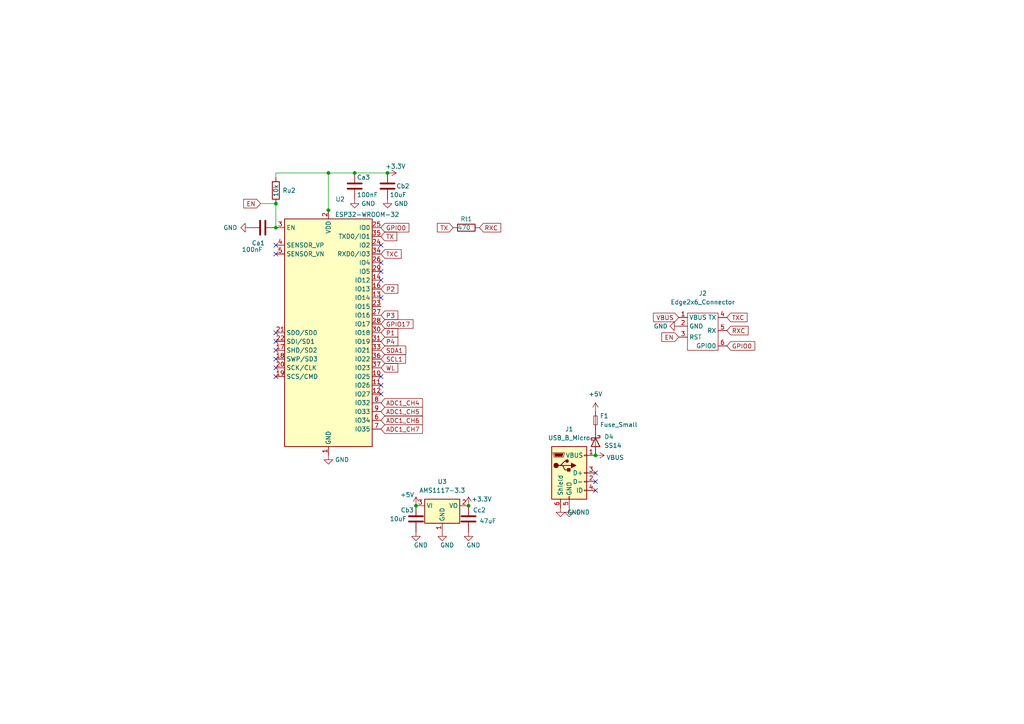
<source format=kicad_sch>
(kicad_sch (version 20250114) (generator "eeschema") (generator_version "9.0")
  (paper "A4")
  (lib_symbols
    (symbol "Connector:USB_B_Micro" (pin_names (offset 1.016))
      (property "Reference" "J" (at -5.08 11.43 0))
      (property "Value" "USB_B_Micro" (at -5.08 8.89 0))
      (symbol "USB_B_Micro_0_1"
        (rectangle (start -5.08 -7.62) (end 5.08 7.62) (stroke (width 0.254)) (fill (type background)))
        (polyline (pts (xy -4.699 5.842) (xy -4.699 5.588) (xy -4.445 4.826) (xy -4.445 4.572) (xy -1.651 4.572) (xy -1.651 4.826) (xy -1.397 5.588) (xy -1.397 5.842) (xy -4.699 5.842)))
        (polyline (pts (xy -4.318 5.588) (xy -1.778 5.588) (xy -2.032 4.826) (xy -4.064 4.826) (xy -4.318 5.588)) (fill (type outline)))
        (circle (center -3.81 2.159) (radius 0.635) (stroke (width 0.254)) (fill (type outline)))
        (polyline (pts (xy -3.175 2.159) (xy -2.54 2.159) (xy -1.27 3.429) (xy -0.635 3.429)) (stroke (width 0.254)))
        (polyline (pts (xy -2.54 2.159) (xy -1.905 2.159) (xy -1.27 0.889) (xy 0 0.889)) (stroke (width 0.254)))
        (polyline (pts (xy -1.905 2.159) (xy 0.635 2.159)) (stroke (width 0.254)))
        (circle (center -0.635 3.429) (radius 0.381) (stroke (width 0.254)) (fill (type outline)))
        (rectangle (start -0.127 -7.62) (end 0.127 -6.858))
        (rectangle (start 0.254 1.27) (end -0.508 0.508) (stroke (width 0.254)) (fill (type outline)))
        (polyline (pts (xy 0.635 2.794) (xy 0.635 1.524) (xy 1.905 2.159) (xy 0.635 2.794)) (stroke (width 0.254)) (fill (type outline)))
        (rectangle (start 5.08 4.953) (end 4.318 5.207))
        (rectangle (start 5.08 -0.127) (end 4.318 0.127))
        (rectangle (start 5.08 -2.667) (end 4.318 -2.413))
        (rectangle (start 5.08 -5.207) (end 4.318 -4.953))
      )
      (symbol "USB_B_Micro_1_1"
        (pin passive line (at -2.54 -10.16 90) (length 2.54) (name "Shield") (number "6"))
        (pin power_out line (at 0 -10.16 90) (length 2.54) (name "GND") (number "5"))
        (pin power_out line (at 7.62 5.08 180) (length 2.54) (name "VBUS") (number "1"))
        (pin bidirectional line (at 7.62 0 180) (length 2.54) (name "D+") (number "3"))
        (pin bidirectional line (at 7.62 -2.54 180) (length 2.54) (name "D-") (number "2"))
        (pin passive line (at 7.62 -5.08 180) (length 2.54) (name "ID") (number "4"))
      )
    )
    (symbol "Device:C" (pin_numbers (hide yes)) (pin_names (offset 0.254))
      (property "Reference" "C" (at 0.635 2.54 0))
      (property "Value" "C" (at 0.635 -2.54 0))
      (symbol "C_0_1"
        (polyline (pts (xy -2.032 0.762) (xy 2.032 0.762)) (stroke (width 0.508)))
        (polyline (pts (xy -2.032 -0.762) (xy 2.032 -0.762)) (stroke (width 0.508)))
      )
      (symbol "C_1_1"
        (pin passive line (at 0 3.81 270) (length 2.794) (name "~") (number "1"))
        (pin passive line (at 0 -3.81 90) (length 2.794) (name "~") (number "2"))
      )
    )
    (symbol "Device:Fuse_Small" (pin_numbers (hide yes)) (pin_names (offset 0.254) (hide yes))
      (property "Reference" "F" (at 0 -1.524 0))
      (property "Value" "Fuse_Small" (at 0 1.524 0))
      (symbol "Fuse_Small_0_1"
        (rectangle (start -1.27 0.508) (end 1.27 -0.508))
        (polyline (pts (xy -1.27 0) (xy 1.27 0)))
      )
      (symbol "Fuse_Small_1_1"
        (pin passive line (at -2.54 0 0) (length 1.27) (name "~") (number "1"))
        (pin passive line (at 2.54 0 180) (length 1.27) (name "~") (number "2"))
      )
    )
    (symbol "Device:R" (pin_numbers (hide yes)) (pin_names (offset 0))
      (property "Reference" "R" (at 2.032 0 90))
      (property "Value" "R" (at 0 0 90))
      (symbol "R_0_1"
        (rectangle (start -1.016 -2.54) (end 1.016 2.54) (stroke (width 0.254)))
      )
      (symbol "R_1_1"
        (pin passive line (at 0 3.81 270) (length 1.27) (name "~") (number "1"))
        (pin passive line (at 0 -3.81 90) (length 1.27) (name "~") (number "2"))
      )
    )
    (symbol "Diode:SS14" (pin_numbers (hide yes)) (pin_names (offset 1.016) (hide yes))
      (property "Reference" "D" (at 0 2.54 0))
      (property "Value" "SS14" (at 0 -2.54 0))
      (symbol "SS14_0_1"
        (polyline (pts (xy -1.905 0.635) (xy -1.905 1.27) (xy -1.27 1.27) (xy -1.27 -1.27) (xy -0.635 -1.27) (xy -0.635 -0.635)) (stroke (width 0.254)))
        (polyline (pts (xy 1.27 1.27) (xy 1.27 -1.27) (xy -1.27 0) (xy 1.27 1.27)) (stroke (width 0.254)))
        (polyline (pts (xy 1.27 0) (xy -1.27 0)))
      )
      (symbol "SS14_1_1"
        (pin passive line (at -3.81 0 0) (length 2.54) (name "K") (number "1"))
        (pin passive line (at 3.81 0 180) (length 2.54) (name "A") (number "2"))
      )
    )
    (symbol "RF_Module:ESP32-WROOM-32"
      (property "Reference" "U" (at -12.7 34.29 0))
      (property "Value" "ESP32-WROOM-32" (at 1.27 34.29 0))
      (symbol "ESP32-WROOM-32_0_1"
        (rectangle (start -12.7 33.02) (end 12.7 -33.02) (stroke (width 0.254)) (fill (type background)))
      )
      (symbol "ESP32-WROOM-32_1_1"
        (pin input line (at -15.24 30.48 0) (length 2.54) (name "EN") (number "3"))
        (pin input line (at -15.24 25.4 0) (length 2.54) (name "SENSOR_VP") (number "4"))
        (pin input line (at -15.24 22.86 0) (length 2.54) (name "SENSOR_VN") (number "5"))
        (pin bidirectional line (at -15.24 0 0) (length 2.54) (name "SDO/SD0") (number "21"))
        (pin bidirectional line (at -15.24 -2.54 0) (length 2.54) (name "SDI/SD1") (number "22"))
        (pin bidirectional line (at -15.24 -5.08 0) (length 2.54) (name "SHD/SD2") (number "17"))
        (pin bidirectional line (at -15.24 -7.62 0) (length 2.54) (name "SWP/SD3") (number "18"))
        (pin bidirectional line (at -15.24 -10.16 0) (length 2.54) (name "SCK/CLK") (number "20"))
        (pin bidirectional line (at -15.24 -12.7 0) (length 2.54) (name "SCS/CMD") (number "19"))
        (pin no_connect line (at -12.7 -27.94 0) (length 2.54) (hide yes) (name "NC") (number "32"))
        (pin power_in line (at 0 35.56 270) (length 2.54) (name "VDD") (number "2"))
        (pin power_in line (at 0 -35.56 90) (length 2.54) (name "GND") (number "1"))
        (pin passive line (at 0 -35.56 90) (length 2.54) (hide yes) (name "GND") (number "15"))
        (pin passive line (at 0 -35.56 90) (length 2.54) (hide yes) (name "GND") (number "38"))
        (pin passive line (at 0 -35.56 90) (length 2.54) (hide yes) (name "GND") (number "39"))
        (pin bidirectional line (at 15.24 30.48 180) (length 2.54) (name "IO0") (number "25"))
        (pin bidirectional line (at 15.24 27.94 180) (length 2.54) (name "TXD0/IO1") (number "35"))
        (pin bidirectional line (at 15.24 25.4 180) (length 2.54) (name "IO2") (number "24"))
        (pin bidirectional line (at 15.24 22.86 180) (length 2.54) (name "RXD0/IO3") (number "34"))
        (pin bidirectional line (at 15.24 20.32 180) (length 2.54) (name "IO4") (number "26"))
        (pin bidirectional line (at 15.24 17.78 180) (length 2.54) (name "IO5") (number "29"))
        (pin bidirectional line (at 15.24 15.24 180) (length 2.54) (name "IO12") (number "14"))
        (pin bidirectional line (at 15.24 12.7 180) (length 2.54) (name "IO13") (number "16"))
        (pin bidirectional line (at 15.24 10.16 180) (length 2.54) (name "IO14") (number "13"))
        (pin bidirectional line (at 15.24 7.62 180) (length 2.54) (name "IO15") (number "23"))
        (pin bidirectional line (at 15.24 5.08 180) (length 2.54) (name "IO16") (number "27"))
        (pin bidirectional line (at 15.24 2.54 180) (length 2.54) (name "IO17") (number "28"))
        (pin bidirectional line (at 15.24 0 180) (length 2.54) (name "IO18") (number "30"))
        (pin bidirectional line (at 15.24 -2.54 180) (length 2.54) (name "IO19") (number "31"))
        (pin bidirectional line (at 15.24 -5.08 180) (length 2.54) (name "IO21") (number "33"))
        (pin bidirectional line (at 15.24 -7.62 180) (length 2.54) (name "IO22") (number "36"))
        (pin bidirectional line (at 15.24 -10.16 180) (length 2.54) (name "IO23") (number "37"))
        (pin bidirectional line (at 15.24 -12.7 180) (length 2.54) (name "IO25") (number "10"))
        (pin bidirectional line (at 15.24 -15.24 180) (length 2.54) (name "IO26") (number "11"))
        (pin bidirectional line (at 15.24 -17.78 180) (length 2.54) (name "IO27") (number "12"))
        (pin bidirectional line (at 15.24 -20.32 180) (length 2.54) (name "IO32") (number "8"))
        (pin bidirectional line (at 15.24 -22.86 180) (length 2.54) (name "IO33") (number "9"))
        (pin input line (at 15.24 -25.4 180) (length 2.54) (name "IO34") (number "6"))
        (pin input line (at 15.24 -27.94 180) (length 2.54) (name "IO35") (number "7"))
      )
    )
    (symbol "Regulator_Linear:AMS1117-3.3"
      (property "Reference" "U" (at -3.81 3.175 0))
      (property "Value" "AMS1117-3.3" (at 0 3.175 0))
      (symbol "AMS1117-3.3_0_1"
        (rectangle (start -5.08 -5.08) (end 5.08 1.905) (stroke (width 0.254)) (fill (type background)))
      )
      (symbol "AMS1117-3.3_1_1"
        (pin power_in line (at -7.62 0 0) (length 2.54) (name "VI") (number "3"))
        (pin power_in line (at 0 -7.62 90) (length 2.54) (name "GND") (number "1"))
        (pin power_out line (at 7.62 0 180) (length 2.54) (name "VO") (number "2"))
      )
    )
    (symbol "chl33:Edge2x6_Connector"
      (property "Reference" "J" (at 0 6.35 0))
      (property "Value" "Edge2x6_Connector" (at 0.635 -6.985 0))
      (symbol "Edge2x6_Connector_0_1"
        (rectangle (start -4.445 5.08) (end 4.445 -5.715))
      )
      (symbol "Edge2x6_Connector_1_1"
        (pin power_out line (at -6.985 3.81 0) (length 2.54) (name "VBUS") (number "1"))
        (pin power_out line (at -6.985 1.27 0) (length 2.54) (name "GND") (number "2"))
        (pin output line (at -6.985 -1.905 0) (length 2.54) (name "RST") (number "3"))
        (pin output line (at 6.985 3.81 180) (length 2.54) (name "TX") (number "4"))
        (pin input line (at 6.985 0 180) (length 2.54) (name "RX") (number "5"))
        (pin output line (at 6.985 -4.445 180) (length 2.54) (name "GPIO0") (number "6"))
      )
    )
    (symbol "power:+3.3V" (power) (pin_names (offset 0))
      (property "Value" "+3.3V" (at 0 3.556 0))
      (symbol "+3.3V_0_1"
        (polyline (pts (xy -0.762 1.27) (xy 0 2.54)))
        (polyline (pts (xy 0 2.54) (xy 0.762 1.27)))
        (polyline (pts (xy 0 0) (xy 0 2.54)))
      )
      (symbol "+3.3V_1_1"
        (pin power_in line (at 0 0 90) (length 0) (hide yes) (name "+3.3V") (number "1"))
      )
    )
    (symbol "power:+5V" (power) (pin_names (offset 0))
      (property "Value" "+5V" (at 0 3.556 0))
      (symbol "+5V_0_1"
        (polyline (pts (xy -0.762 1.27) (xy 0 2.54)))
        (polyline (pts (xy 0 2.54) (xy 0.762 1.27)))
        (polyline (pts (xy 0 0) (xy 0 2.54)))
      )
      (symbol "+5V_1_1"
        (pin power_in line (at 0 0 90) (length 0) (hide yes) (name "+5V") (number "1"))
      )
    )
    (symbol "power:GND" (power) (pin_names (offset 0))
      (property "Value" "GND" (at 0 -3.81 0))
      (symbol "GND_0_1"
        (polyline (pts (xy 0 0) (xy 0 -1.27) (xy 1.27 -1.27) (xy 0 -2.54) (xy -1.27 -1.27) (xy 0 -1.27)))
      )
      (symbol "GND_1_1"
        (pin power_in line (at 0 0 270) (length 0) (hide yes) (name "GND") (number "1"))
      )
    )
    (symbol "power:VBUS" (power) (pin_names (offset 0))
      (property "Value" "VBUS" (at 0 3.81 0))
      (symbol "VBUS_0_1"
        (polyline (pts (xy -0.762 1.27) (xy 0 2.54)))
        (polyline (pts (xy 0 2.54) (xy 0.762 1.27)))
        (polyline (pts (xy 0 0) (xy 0 2.54)))
      )
      (symbol "VBUS_1_1"
        (pin power_in line (at 0 0 90) (length 0) (hide yes) (name "VBUS") (number "1"))
      )
    )
  )
  (junction (at 80.01 66.04))
  (junction (at 120.65 146.685))
  (junction (at 80.01 59.055))
  (junction (at 95.25 50.165))
  (junction (at 95.25 60.96))
  (junction (at 112.395 50.165))
  (junction (at 102.87 50.165))
  (junction (at 172.72 132.08))
  (junction (at 135.89 146.685))
  (no_connect (at 110.49 114.3))
  (no_connect (at 80.01 73.66))
  (no_connect (at 80.01 104.14))
  (no_connect (at 80.01 101.6))
  (no_connect (at 80.01 99.06))
  (no_connect (at 172.72 137.16))
  (no_connect (at 80.01 109.22))
  (no_connect (at 80.01 106.68))
  (no_connect (at 172.72 142.24))
  (no_connect (at 110.49 109.22))
  (no_connect (at 110.49 78.74))
  (no_connect (at 172.72 139.7))
  (no_connect (at 110.49 71.12))
  (no_connect (at 110.49 111.76))
  (no_connect (at 110.49 86.36))
  (no_connect (at 110.49 76.2))
  (no_connect (at 80.01 96.52))
  (no_connect (at 80.01 71.12))
  (no_connect (at 110.49 81.28))
  (wire (pts (xy 80.01 51.435) (xy 80.01 50.165)))
  (wire (pts (xy 95.25 50.165) (xy 102.87 50.165)))
  (wire (pts (xy 75.565 59.055) (xy 80.01 59.055)))
  (wire (pts (xy 80.01 59.055) (xy 80.01 66.04)))
  (wire (pts (xy 95.25 60.96) (xy 95.25 50.165)))
  (wire (pts (xy 78.74 66.04) (xy 80.01 66.04)))
  (wire (pts (xy 80.01 50.165) (xy 95.25 50.165)))
  (wire (pts (xy 102.87 50.165) (xy 112.395 50.165)))
  (wire (pts (xy 95.25 61.595) (xy 95.25 60.96)))
  (global_label "ADC1_CH5" (shape input) (at 110.49 119.38 0) (property "Intersheetrefs" "${INTERSHEET_REFS}" (effects (hide yes))))
  (global_label "VBUS" (shape input) (at 196.85 92.075 180) (property "Intersheetrefs" "${INTERSHEET_REFS}" (effects (hide yes))))
  (global_label "WL" (shape input) (at 110.49 106.68 0) (property "Intersheetrefs" "${INTERSHEET_REFS}" (effects (hide yes))))
  (global_label "P1" (shape input) (at 110.49 96.52 0) (property "Intersheetrefs" "${INTERSHEET_REFS}" (effects (hide yes))))
  (global_label "EN" (shape input) (at 196.85 97.79 180) (property "Intersheetrefs" "${INTERSHEET_REFS}" (effects (hide yes))))
  (global_label "GPIO0" (shape input) (at 110.49 66.04 0) (property "Intersheetrefs" "${INTERSHEET_REFS}" (effects (hide yes))))
  (global_label "P3" (shape input) (at 110.49 91.44 0) (property "Intersheetrefs" "${INTERSHEET_REFS}" (effects (hide yes))))
  (global_label "TX" (shape input) (at 110.49 68.58 0) (property "Intersheetrefs" "${INTERSHEET_REFS}" (effects (hide yes))))
  (global_label "TXC" (shape input) (at 210.82 92.075 0) (property "Intersheetrefs" "${INTERSHEET_REFS}" (effects (hide yes))))
  (global_label "ADC1_CH4" (shape input) (at 110.49 116.84 0) (property "Intersheetrefs" "${INTERSHEET_REFS}" (effects (hide yes))))
  (global_label "TX" (shape input) (at 131.445 66.04 180) (property "Intersheetrefs" "${INTERSHEET_REFS}" (effects (hide yes))))
  (global_label "P4" (shape input) (at 110.49 99.06 0) (property "Intersheetrefs" "${INTERSHEET_REFS}" (effects (hide yes))))
  (global_label "P2" (shape input) (at 110.49 83.82 0) (property "Intersheetrefs" "${INTERSHEET_REFS}" (effects (hide yes))))
  (global_label "EN" (shape input) (at 75.565 59.055 180) (property "Intersheetrefs" "${INTERSHEET_REFS}" (effects (hide yes))))
  (global_label "GPIO17" (shape input) (at 110.49 93.98 0) (property "Intersheetrefs" "${INTERSHEET_REFS}" (effects (hide yes))))
  (global_label "GPIO0" (shape input) (at 210.82 100.33 0) (property "Intersheetrefs" "${INTERSHEET_REFS}" (effects (hide yes))))
  (global_label "RXC" (shape input) (at 139.065 66.04 0) (property "Intersheetrefs" "${INTERSHEET_REFS}" (effects (hide yes))))
  (global_label "ADC1_CH6" (shape input) (at 110.49 121.92 0) (property "Intersheetrefs" "${INTERSHEET_REFS}" (effects (hide yes))))
  (global_label "TXC" (shape input) (at 110.49 73.66 0) (property "Intersheetrefs" "${INTERSHEET_REFS}" (effects (hide yes))))
  (global_label "SDA1" (shape input) (at 110.49 101.6 0) (property "Intersheetrefs" "${INTERSHEET_REFS}" (effects (hide yes))))
  (global_label "ADC1_CH7" (shape input) (at 110.49 124.46 0) (property "Intersheetrefs" "${INTERSHEET_REFS}" (effects (hide yes))))
  (global_label "SCL1" (shape input) (at 110.49 104.14 0) (property "Intersheetrefs" "${INTERSHEET_REFS}" (effects (hide yes))))
  (global_label "RXC" (shape input) (at 210.82 95.885 0) (property "Intersheetrefs" "${INTERSHEET_REFS}" (effects (hide yes))))
  (symbol (lib_id "power:+5V") (at 172.72 119.38 0) (unit 1)
    (property "Reference" "#PWR0131" (effects (hide yes)))
    (property "Value" "+5V" (at 172.72 114.3 0))
    (instances (project "Plant1337" (path "" (reference "#PWR0131") (unit 1))) (project "ESP-LoRa" (path "" (reference "#PWR0119") (unit 1))))
  )
  (symbol (lib_id "power:GND") (at 196.85 94.615 270) (unit 1)
    (property "Reference" "#PWR0132" (effects (hide yes)))
    (property "Value" "GND" (at 193.675 94.6149 90) (effects (justify right)))
    (instances (project "Plant1337" (path "" (reference "#PWR0132") (unit 1))) (project "DoughLee2" (path "" (reference "#PWR036") (unit 1))))
  )
  (symbol (lib_id "Regulator_Linear:AMS1117-3.3") (at 128.27 146.685 0) (unit 1)
    (property "Reference" "U3" (at 128.27 139.7 0))
    (property "Value" "AMS1117-3.3" (at 128.27 142.24 0))
    (property "Footprint" "Package_TO_SOT_SMD:SOT-223-3_TabPin2" (effects (hide yes)))
    (property "Datasheet" "http://www.advanced-monolithic.com/pdf/ds1117.pdf" (effects (hide yes)))
  )
  (symbol (lib_id "power:GND") (at 120.65 154.305 0) (unit 1)
    (property "Reference" "#PWR0133" (effects (hide yes)))
    (property "Value" "GND" (at 120.015 158.115 0) (effects (justify left)))
    (instances (project "Plant1337" (path "" (reference "#PWR0133") (unit 1))) (project "DoughLee2" (path "" (reference "#PWR025") (unit 1))))
  )
  (symbol (lib_id "power:GND") (at 128.27 154.305 0) (unit 1)
    (property "Reference" "#PWR0126" (effects (hide yes)))
    (property "Value" "GND" (at 127.635 158.115 0) (effects (justify left)))
    (instances (project "Plant1337" (path "" (reference "#PWR0126") (unit 1))) (project "DoughLee2" (path "" (reference "#PWR026") (unit 1))))
  )
  (symbol (lib_id "Device:C") (at 112.395 53.975 0) (unit 1)
    (property "Reference" "Cb2" (at 114.935 53.975 0) (effects (justify left)))
    (property "Value" "10uF" (at 113.03 56.515 0) (effects (justify left)))
    (property "Footprint" "Capacitor_SMD:C_0805_2012Metric_Pad1.18x1.45mm_HandSolder" (effects (hide yes)))
    (instances (project "Plant1337" (path "" (reference "Cb2") (unit 1))) (project "DoughLee2" (path "" (reference "C3V2") (unit 1))))
  )
  (symbol (lib_id "Device:C") (at 76.2 66.04 90) (unit 1)
    (property "Reference" "Ca1" (at 76.835 70.485 90) (effects (justify left)))
    (property "Value" "100nF" (at 76.2 72.39 90) (effects (justify left)))
    (property "Footprint" "Capacitor_SMD:C_0603_1608Metric" (effects (hide yes)))
    (instances (project "Plant1337" (path "" (reference "Ca1") (unit 1))) (project "DoughLee2" (path "" (reference "CEN1") (unit 1))))
  )
  (symbol (lib_id "Device:C") (at 120.65 150.495 0) (unit 1)
    (property "Reference" "Cb3" (at 116.205 147.955 0) (effects (justify left)))
    (property "Value" "10uF" (at 113.03 150.495 0) (effects (justify left)))
    (property "Footprint" "Capacitor_SMD:C_0805_2012Metric_Pad1.18x1.45mm_HandSolder" (effects (hide yes)))
    (instances (project "Plant1337" (path "" (reference "Cb3") (unit 1))) (project "DoughLee2" (path "" (reference "CPI1") (unit 1))))
  )
  (symbol (lib_id "Diode:SS14") (at 172.72 128.27 270) (unit 1)
    (property "Reference" "D4" (at 175.26 126.6825 90) (effects (justify left)))
    (property "Value" "SS14" (at 175.26 129.2225 90) (effects (justify left)))
    (property "Footprint" "Diode_SMD:D_SMA" (effects (hide yes)))
    (property "Datasheet" "https://www.vishay.com/docs/88746/ss12.pdf" (effects (hide yes)))
    (instances (project "Plant1337" (path "" (reference "D4") (unit 1))) (project "ESP-LoRa" (path "" (reference "DUSB1") (unit 1))))
  )
  (symbol (lib_id "power:+3.3V") (at 112.395 50.165 270) (unit 1)
    (property "Reference" "#PWR0123" (effects (hide yes)))
    (property "Value" "+3.3V" (at 111.76 48.26 90) (effects (justify left)))
    (instances (project "Plant1337" (path "" (reference "#PWR0123") (unit 1))) (project "DoughLee2" (path "" (reference "#PWR022") (unit 1))))
  )
  (symbol (lib_id "RF_Module:ESP32-WROOM-32") (at 95.25 96.52 0) (unit 1)
    (property "Reference" "U2" (at 97.2694 57.785 0) (effects (justify left)))
    (property "Value" "ESP32-WROOM-32" (at 97.155 62.23 0) (effects (justify left)))
    (property "Footprint" "RF_Module:ESP32-WROOM-32" (effects (hide yes)))
    (property "Datasheet" "https://www.espressif.com/sites/default/files/documentation/esp32-wroom-32_datasheet_en.pdf" (effects (hide yes)))
  )
  (symbol (lib_id "Device:R") (at 80.01 55.245 180) (unit 1)
    (property "Reference" "Ru2" (at 81.915 55.245 0) (effects (justify right)))
    (property "Value" "10k" (at 80.01 57.15 90) (effects (justify right)))
    (property "Footprint" "Resistor_SMD:R_0603_1608Metric" (effects (hide yes)))
    (instances (project "Plant1337" (path "" (reference "Ru2") (unit 1))) (project "DoughLee2" (path "" (reference "REN1") (unit 1))))
  )
  (symbol (lib_id "Connector:USB_B_Micro") (at 165.1 137.16 0) (unit 1)
    (property "Reference" "J1" (at 165.1 124.46 0))
    (property "Value" "USB_B_Micro" (at 165.1 127 0))
    (property "Footprint" "Connector_USB:USB_Micro-B_Amphenol_10118194_Horizontal" (effects (hide yes)))
    (instances (project "Plant1337" (path "" (reference "J1") (unit 1))) (project "ESP-LoRa" (path "" (reference "J2") (unit 1))))
  )
  (symbol (lib_id "power:GND") (at 112.395 57.785 0) (unit 1)
    (property "Reference" "#PWR0124" (effects (hide yes)))
    (property "Value" "GND" (at 114.3 59.0549 0) (effects (justify left)))
    (instances (project "Plant1337" (path "" (reference "#PWR0124") (unit 1))) (project "DoughLee2" (path "" (reference "#PWR023") (unit 1))))
  )
  (symbol (lib_id "chl33:Edge2x6_Connector") (at 203.835 95.885 0) (unit 1)
    (property "Reference" "J2" (at 203.835 85.09 0))
    (property "Value" "Edge2x6_Connector" (at 203.835 87.63 0))
    (property "Footprint" "Library:EdgeConnector_2x3" (effects (hide yes)))
    (instances (project "Plant1337" (path "" (reference "J2") (unit 1))) (project "DoughLee2" (path "" (reference "J3") (unit 1))))
  )
  (symbol (lib_id "power:GND") (at 165.1 147.32 0) (unit 1)
    (property "Reference" "#PWR0128" (effects (hide yes)))
    (property "Value" "GND" (at 167.005 148.5899 0) (effects (justify left)))
    (instances (project "Plant1337" (path "" (reference "#PWR0128") (unit 1))) (project "ESP-LoRa" (path "" (reference "#PWR0116") (unit 1))))
  )
  (symbol (lib_id "power:GND") (at 95.25 132.08 0) (unit 1)
    (property "Reference" "#PWR0116" (effects (hide yes)))
    (property "Value" "GND" (at 97.155 133.3499 0) (effects (justify left)))
    (instances (project "Plant1337" (path "" (reference "#PWR0116") (unit 1))) (project "DoughLee2" (path "" (reference "#PWR020") (unit 1))))
  )
  (symbol (lib_id "power:GND") (at 102.87 57.785 0) (unit 1)
    (property "Reference" "#PWR0121" (effects (hide yes)))
    (property "Value" "GND" (at 104.775 59.0549 0) (effects (justify left)))
    (instances (project "Plant1337" (path "" (reference "#PWR0121") (unit 1))) (project "DoughLee2" (path "" (reference "#PWR021") (unit 1))))
  )
  (symbol (lib_id "power:GND") (at 162.56 147.32 0) (unit 1)
    (property "Reference" "#PWR0129" (effects (hide yes)))
    (property "Value" "GND" (at 164.465 148.5899 0) (effects (justify left)))
    (instances (project "Plant1337" (path "" (reference "#PWR0129") (unit 1))) (project "ESP-LoRa" (path "" (reference "#PWR0117") (unit 1))))
  )
  (symbol (lib_id "Device:R") (at 135.255 66.04 90) (unit 1)
    (property "Reference" "Rt1" (at 135.255 63.5 90))
    (property "Value" "470" (at 134.62 66.04 90))
    (property "Footprint" "Resistor_SMD:R_0603_1608Metric" (effects (hide yes)))
    (instances (project "Plant1337" (path "" (reference "Rt1") (unit 1))) (project "DoughLee2" (path "" (reference "RTX1") (unit 1))))
  )
  (symbol (lib_id "Device:Fuse_Small") (at 172.72 121.92 270) (unit 1)
    (property "Reference" "F1" (at 173.99 120.6499 90) (effects (justify left)))
    (property "Value" "Fuse_Small" (at 173.99 123.1899 90) (effects (justify left)))
    (property "Footprint" "Diode_SMD:D_0805_2012Metric" (effects (hide yes)))
  )
  (symbol (lib_id "Device:C") (at 135.89 150.495 0) (unit 1)
    (property "Reference" "Cc2" (at 137.16 147.955 0) (effects (justify left)))
    (property "Value" "47uF" (at 139.065 151.13 0) (effects (justify left)))
    (property "Footprint" "Capacitor_SMD:C_0805_2012Metric_Pad1.18x1.45mm_HandSolder" (effects (hide yes)))
    (instances (project "Plant1337" (path "" (reference "Cc2") (unit 1))) (project "DoughLee2" (path "" (reference "CPO1") (unit 1))))
  )
  (symbol (lib_id "power:+3.3V") (at 135.89 146.685 0) (unit 1)
    (property "Reference" "#PWR0127" (effects (hide yes)))
    (property "Value" "+3.3V" (at 139.7 144.78 0))
    (instances (project "Plant1337" (path "" (reference "#PWR0127") (unit 1))) (project "DoughLee2" (path "" (reference "#PWR027") (unit 1))))
  )
  (symbol (lib_id "power:VBUS") (at 172.72 132.08 270) (unit 1)
    (property "Reference" "#PWR0130" (effects (hide yes)))
    (property "Value" "VBUS" (at 178.435 132.715 90))
    (instances (project "Plant1337" (path "" (reference "#PWR0130") (unit 1))) (project "ESP-LoRa" (path "" (reference "#PWR0120") (unit 1))))
  )
  (symbol (lib_id "power:GND") (at 135.89 154.305 0) (unit 1)
    (property "Reference" "#PWR0125" (effects (hide yes)))
    (property "Value" "GND" (at 135.255 158.115 0) (effects (justify left)))
    (instances (project "Plant1337" (path "" (reference "#PWR0125") (unit 1))) (project "DoughLee2" (path "" (reference "#PWR028") (unit 1))))
  )
  (symbol (lib_id "power:GND") (at 72.39 66.04 270) (unit 1)
    (property "Reference" "#PWR0122" (effects (hide yes)))
    (property "Value" "GND" (at 64.77 66.04 90) (effects (justify left)))
    (instances (project "Plant1337" (path "" (reference "#PWR0122") (unit 1))) (project "DoughLee2" (path "" (reference "#PWR019") (unit 1))))
  )
  (symbol (lib_id "power:+5V") (at 120.65 146.685 0) (unit 1)
    (property "Reference" "#PWR0134" (effects (hide yes)))
    (property "Value" "+5V" (at 118.11 143.51 0))
    (instances (project "Plant1337" (path "" (reference "#PWR0134") (unit 1))) (project "DoughLee2" (path "" (reference "#PWR024") (unit 1))))
  )
  (symbol (lib_id "Device:C") (at 102.87 53.975 0) (unit 1)
    (property "Reference" "Ca3" (at 103.505 51.435 0) (effects (justify left)))
    (property "Value" "100nF" (at 103.505 56.515 0) (effects (justify left)))
    (property "Footprint" "Capacitor_SMD:C_0603_1608Metric" (effects (hide yes)))
    (instances (project "Plant1337" (path "" (reference "Ca3") (unit 1))) (project "DoughLee2" (path "" (reference "C3V1") (unit 1))))
  )
)
</source>
